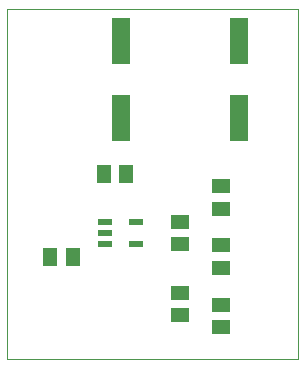
<source format=gtp>
G75*
%MOIN*%
%OFA0B0*%
%FSLAX24Y24*%
%IPPOS*%
%LPD*%
%AMOC8*
5,1,8,0,0,1.08239X$1,22.5*
%
%ADD10C,0.0000*%
%ADD11R,0.0512X0.0591*%
%ADD12R,0.0591X0.0512*%
%ADD13R,0.0472X0.0217*%
%ADD14R,0.0630X0.1575*%
D10*
X000100Y000100D02*
X000100Y011785D01*
X009785Y011785D01*
X009785Y000100D01*
X000100Y000100D01*
D11*
X001537Y003517D03*
X002285Y003517D03*
X003309Y006273D03*
X004057Y006273D03*
D12*
X005848Y004679D03*
X005848Y003931D03*
X007226Y003891D03*
X007226Y003143D03*
X007226Y001923D03*
X007226Y001175D03*
X005848Y001569D03*
X005848Y002317D03*
X007226Y005112D03*
X007226Y005860D03*
D13*
X004391Y004679D03*
X004391Y003931D03*
X003368Y003931D03*
X003368Y004305D03*
X003368Y004679D03*
D14*
X003880Y008143D03*
X003880Y010702D03*
X007817Y010702D03*
X007817Y008143D03*
M02*

</source>
